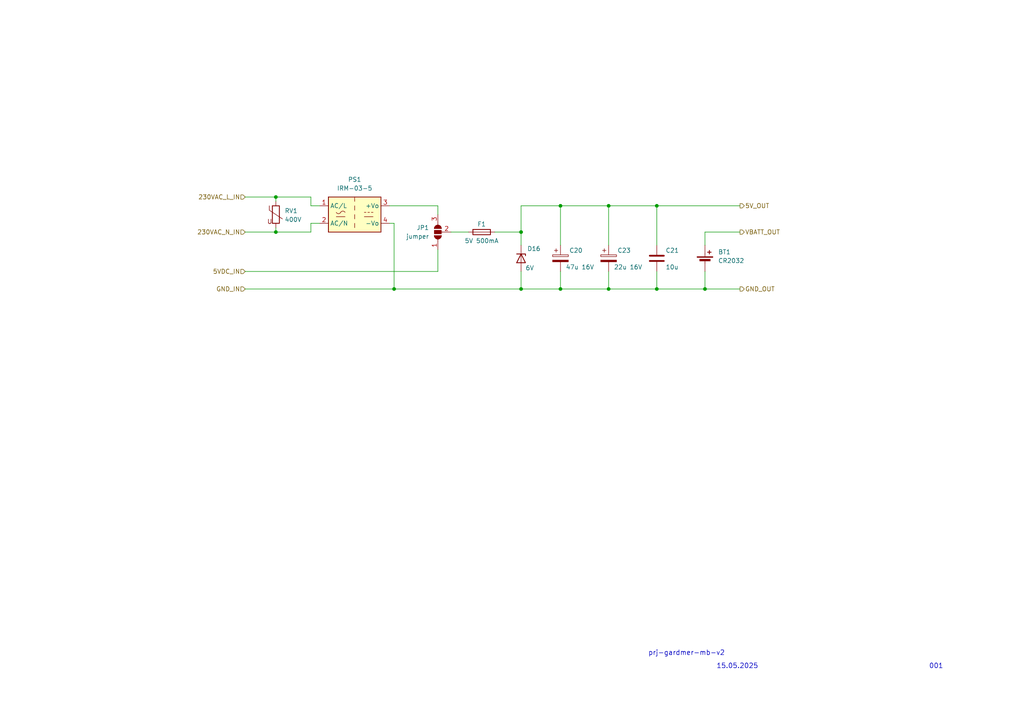
<source format=kicad_sch>
(kicad_sch (version 20231120) (generator "eeschema") (generator_version "8.0")
  (paper "A4")
  (lib_symbols
    (symbol "alf64:Battery_Cell" (pin_numbers hide) (pin_names (offset 0) hide)
      (property "Reference" "BT" (at 2.54 2.54 0))
      (property "Value" "Battery_Cell" (at 2.54 0 0))
      (symbol "Battery_Cell_0_1"
        (rectangle (start -2.286 1.778) (end 2.286 1.524) (fill (type outline)))
        (rectangle (start -1.524 1.016) (end 1.524 0.508) (fill (type outline)))
        (polyline (pts (xy 0 0.762) (xy 0 0)))
        (polyline (pts (xy 0 1.778) (xy 0 2.54)))
        (polyline (pts (xy 0.762 3.048) (xy 1.778 3.048)) (stroke (width 0.254)))
        (polyline (pts (xy 1.27 3.556) (xy 1.27 2.54)) (stroke (width 0.254)))
      )
      (symbol "Battery_Cell_1_1"
        (pin passive line (at 0 5.08 270) (length 2.54) (name "+") (number "1"))
        (pin passive line (at 0 -2.54 90) (length 2.54) (name "-") (number "2"))
      )
    )
    (symbol "alf64:C" (pin_numbers hide) (pin_names (offset 0.254))
      (property "Reference" "C" (at 0.635 2.54 0))
      (property "Value" "C" (at 0.635 -2.54 0))
      (symbol "C_0_1"
        (polyline (pts (xy -2.032 -0.762) (xy 2.032 -0.762)) (stroke (width 0.508)))
        (polyline (pts (xy -2.032 0.762) (xy 2.032 0.762)) (stroke (width 0.508)))
      )
      (symbol "C_1_1"
        (pin passive line (at 0 3.81 270) (length 2.794) (name "~") (number "1"))
        (pin passive line (at 0 -3.81 90) (length 2.794) (name "~") (number "2"))
      )
    )
    (symbol "alf64:C_Polarized" (pin_numbers hide) (pin_names (offset 0.254))
      (property "Reference" "C" (at 0.635 2.54 0))
      (property "Value" "C_Polarized" (at 0.635 -2.54 0))
      (symbol "C_Polarized_0_1"
        (rectangle (start -2.286 0.508) (end 2.286 1.016))
        (polyline (pts (xy -1.778 2.286) (xy -0.762 2.286)))
        (polyline (pts (xy -1.27 2.794) (xy -1.27 1.778)))
        (rectangle (start 2.286 -0.508) (end -2.286 -1.016) (fill (type outline)))
      )
      (symbol "C_Polarized_1_1"
        (pin passive line (at 0 3.81 270) (length 2.794) (name "~") (number "1"))
        (pin passive line (at 0 -3.81 90) (length 2.794) (name "~") (number "2"))
      )
    )
    (symbol "alf64:D_Zener" (pin_numbers hide) (pin_names (offset 1.016) hide)
      (property "Reference" "D" (at 0 2.54 0))
      (property "Value" "D_Zener" (at 0 -2.54 0))
      (symbol "D_Zener_0_1"
        (polyline (pts (xy 1.27 0) (xy -1.27 0)))
        (polyline (pts (xy -1.27 -1.27) (xy -1.27 1.27) (xy -0.762 1.27)) (stroke (width 0.254)))
        (polyline (pts (xy 1.27 -1.27) (xy 1.27 1.27) (xy -1.27 0) (xy 1.27 -1.27)) (stroke (width 0.254)))
      )
      (symbol "D_Zener_1_1"
        (pin passive line (at -3.81 0 0) (length 2.54) (name "K") (number "1"))
        (pin passive line (at 3.81 0 180) (length 2.54) (name "A") (number "2"))
      )
    )
    (symbol "alf64:Fuse" (pin_numbers hide) (pin_names (offset 0))
      (property "Reference" "F" (at 2.032 0 90))
      (property "Value" "Fuse" (at -1.905 0 90))
      (symbol "Fuse_0_1"
        (rectangle (start -0.762 -2.54) (end 0.762 2.54) (stroke (width 0.254)))
        (polyline (pts (xy 0 2.54) (xy 0 -2.54)))
      )
      (symbol "Fuse_1_1"
        (pin passive line (at 0 3.81 270) (length 1.27) (name "~") (number "1"))
        (pin passive line (at 0 -3.81 90) (length 1.27) (name "~") (number "2"))
      )
    )
    (symbol "alf64:IRM-03-5"
      (property "Reference" "PS" (at 0 6.35 0))
      (property "Value" "IRM-03-5" (at 0 -6.35 0))
      (symbol "IRM-03-5_0_1"
        (rectangle (start -7.62 5.08) (end 7.62 -5.08) (stroke (width 0.254)) (fill (type background)))
        (arc (start -5.334 0.635) (mid -4.699 0.2495) (end -4.064 0.635))
        (arc (start -2.794 0.635) (mid -3.429 1.0072) (end -4.064 0.635))
        (polyline (pts (xy -5.334 -0.635) (xy -2.794 -0.635)))
        (polyline (pts (xy 0 -2.54) (xy 0 -3.81)))
        (polyline (pts (xy 0 0) (xy 0 -1.27)))
        (polyline (pts (xy 0 2.54) (xy 0 1.27)))
        (polyline (pts (xy 0 5.08) (xy 0 3.81)))
        (polyline (pts (xy 2.794 -0.635) (xy 5.334 -0.635)))
        (polyline (pts (xy 2.794 0.635) (xy 3.302 0.635)))
        (polyline (pts (xy 3.81 0.635) (xy 4.318 0.635)))
        (polyline (pts (xy 4.826 0.635) (xy 5.334 0.635)))
      )
      (symbol "IRM-03-5_1_1"
        (pin power_in line (at -10.16 2.54 0) (length 2.54) (name "AC/L") (number "1"))
        (pin power_in line (at -10.16 -2.54 0) (length 2.54) (name "AC/N") (number "2"))
        (pin power_out line (at 10.16 2.54 180) (length 2.54) (name "+Vo") (number "3"))
        (pin power_out line (at 10.16 -2.54 180) (length 2.54) (name "-Vo") (number "4"))
        (pin no_connect line (at -7.62 0 0) (length 2.54) hide (name "NC") (number "5"))
      )
    )
    (symbol "alf64:SolderJumper_3_Open" (pin_names (offset 0) hide) (exclude_from_sim yes) (in_bom no)
      (property "Reference" "JP" (at -2.54 -2.54 0))
      (property "Value" "SolderJumper_3_Open" (at 0 2.794 0))
      (symbol "SolderJumper_3_Open_0_1"
        (arc (start -1.016 1.016) (mid -2.0276 0) (end -1.016 -1.016))
        (arc (start -1.016 1.016) (mid -2.0276 0) (end -1.016 -1.016) (fill (type outline)))
        (rectangle (start -0.508 1.016) (end 0.508 -1.016) (fill (type outline)))
        (polyline (pts (xy -2.54 0) (xy -2.032 0)))
        (polyline (pts (xy -1.016 1.016) (xy -1.016 -1.016)))
        (polyline (pts (xy 0 -1.27) (xy 0 -1.016)))
        (polyline (pts (xy 1.016 1.016) (xy 1.016 -1.016)))
        (polyline (pts (xy 2.54 0) (xy 2.032 0)))
        (arc (start 1.016 -1.016) (mid 2.0276 0) (end 1.016 1.016))
        (arc (start 1.016 -1.016) (mid 2.0276 0) (end 1.016 1.016) (fill (type outline)))
      )
      (symbol "SolderJumper_3_Open_1_1"
        (pin passive line (at -5.08 0 0) (length 2.54) (name "A") (number "1"))
        (pin passive line (at 0 -3.81 90) (length 2.54) (name "C") (number "2"))
        (pin passive line (at 5.08 0 180) (length 2.54) (name "B") (number "3"))
      )
    )
    (symbol "alf64:Varistor" (pin_numbers hide) (pin_names (offset 0))
      (property "Reference" "RV" (at 3.175 0 90))
      (property "Value" "Varistor" (at -3.175 0 90))
      (symbol "Varistor_0_0"
        (text "U" (at -1.778 -2.032 0) (effects (font (size 1.27 1.27))))
      )
      (symbol "Varistor_0_1"
        (rectangle (start -1.016 -2.54) (end 1.016 2.54) (stroke (width 0.254)))
        (polyline (pts (xy -1.905 2.54) (xy -1.905 1.27) (xy 1.905 -1.27)))
      )
      (symbol "Varistor_1_1"
        (pin passive line (at 0 3.81 270) (length 1.27) (name "~") (number "1"))
        (pin passive line (at 0 -3.81 90) (length 1.27) (name "~") (number "2"))
      )
    )
  )
  (junction (at 204.47 83.82))
  (junction (at 190.5 59.69))
  (junction (at 162.56 83.82))
  (junction (at 80.01 57.15))
  (junction (at 151.13 83.82))
  (junction (at 176.53 83.82))
  (junction (at 80.01 67.31))
  (junction (at 190.5 83.82))
  (junction (at 114.3 83.82))
  (junction (at 176.53 59.69))
  (junction (at 162.56 59.69))
  (junction (at 151.13 67.31))
  (wire (pts (xy 113.03 59.69) (xy 127 59.69)))
  (wire (pts (xy 176.53 59.69) (xy 190.5 59.69)))
  (wire (pts (xy 204.47 83.82) (xy 214.63 83.82)))
  (wire (pts (xy 90.17 64.77) (xy 90.17 67.31)))
  (wire (pts (xy 176.53 83.82) (xy 190.5 83.82)))
  (wire (pts (xy 127 59.69) (xy 127 62.23)))
  (wire (pts (xy 92.71 64.77) (xy 90.17 64.77)))
  (wire (pts (xy 71.12 83.82) (xy 114.3 83.82)))
  (wire (pts (xy 71.12 67.31) (xy 80.01 67.31)))
  (wire (pts (xy 176.53 78.74) (xy 176.53 83.82)))
  (wire (pts (xy 80.01 57.15) (xy 80.01 58.42)))
  (wire (pts (xy 90.17 67.31) (xy 80.01 67.31)))
  (wire (pts (xy 114.3 64.77) (xy 114.3 83.82)))
  (wire (pts (xy 151.13 78.74) (xy 151.13 83.82)))
  (wire (pts (xy 127 72.39) (xy 127 78.74)))
  (wire (pts (xy 80.01 67.31) (xy 80.01 66.04)))
  (wire (pts (xy 162.56 59.69) (xy 176.53 59.69)))
  (wire (pts (xy 92.71 59.69) (xy 90.17 59.69)))
  (wire (pts (xy 90.17 57.15) (xy 80.01 57.15)))
  (wire (pts (xy 151.13 59.69) (xy 162.56 59.69)))
  (wire (pts (xy 176.53 59.69) (xy 176.53 71.12)))
  (wire (pts (xy 190.5 83.82) (xy 204.47 83.82)))
  (wire (pts (xy 204.47 71.12) (xy 204.47 67.31)))
  (wire (pts (xy 162.56 83.82) (xy 176.53 83.82)))
  (wire (pts (xy 130.81 67.31) (xy 135.89 67.31)))
  (wire (pts (xy 151.13 83.82) (xy 162.56 83.82)))
  (wire (pts (xy 114.3 83.82) (xy 151.13 83.82)))
  (wire (pts (xy 71.12 57.15) (xy 80.01 57.15)))
  (wire (pts (xy 190.5 59.69) (xy 190.5 71.12)))
  (wire (pts (xy 113.03 64.77) (xy 114.3 64.77)))
  (wire (pts (xy 162.56 59.69) (xy 162.56 71.12)))
  (wire (pts (xy 190.5 78.74) (xy 190.5 83.82)))
  (wire (pts (xy 162.56 78.74) (xy 162.56 83.82)))
  (wire (pts (xy 151.13 71.12) (xy 151.13 67.31)))
  (wire (pts (xy 143.51 67.31) (xy 151.13 67.31)))
  (wire (pts (xy 204.47 78.74) (xy 204.47 83.82)))
  (wire (pts (xy 151.13 67.31) (xy 151.13 59.69)))
  (wire (pts (xy 90.17 59.69) (xy 90.17 57.15)))
  (wire (pts (xy 204.47 67.31) (xy 214.63 67.31)))
  (wire (pts (xy 71.12 78.74) (xy 127 78.74)))
  (wire (pts (xy 190.5 59.69) (xy 214.63 59.69)))
  (text "prj-gardmer-mb-v2" (at 199.136 189.484 0) (effects (font (size 1.397 1.397))))
  (text "15.05.2025" (at 213.868 193.294 0) (effects (font (size 1.397 1.397))))
  (text "001" (at 271.526 193.294 0) (effects (font (size 1.397 1.397))))
  (hierarchical_label "230VAC_N_IN" (shape input) (at 71.12 67.31 180))
  (hierarchical_label "GND_OUT" (shape output) (at 214.63 83.82 0))
  (hierarchical_label "5V_OUT" (shape output) (at 214.63 59.69 0))
  (hierarchical_label "230VAC_L_IN" (shape input) (at 71.12 57.15 180))
  (hierarchical_label "VBATT_OUT" (shape output) (at 214.63 67.31 0))
  (hierarchical_label "5VDC_IN" (shape input) (at 71.12 78.74 180))
  (hierarchical_label "GND_IN" (shape input) (at 71.12 83.82 180))
  (symbol (lib_id "alf64:SolderJumper_3_Open") (at 127 67.31 90) (unit 1) (exclude_from_sim yes) (in_bom no)
    (property "Reference" "JP1" (at 124.46 66.0399 90) (effects (justify left)))
    (property "Value" "jumper" (at 124.46 68.5799 90) (effects (justify left)))
    (property "Footprint" "alf64:Solderjumper-3-rounded" (effects (hide yes)))
    (property "Description" "Solder Jumper, 3-pole, open" (effects (hide yes)))
  )
  (symbol (lib_id "alf64:Fuse") (at 139.7 67.31 90) (unit 1)
    (property "Reference" "F1" (at 139.7 65.024 90))
    (property "Value" "5V 500mA" (at 139.7 69.85 90))
    (property "Footprint" "alf64:Fuse_1206" (effects (hide yes)))
    (property "Description" "Fuse" (effects (hide yes)))
  )
  (symbol (lib_id "alf64:Battery_Cell") (at 204.47 76.2 0) (unit 1)
    (property "Reference" "BT1" (at 208.28 73.0884 0) (effects (justify left)))
    (property "Value" "CR2032" (at 208.28 75.6284 0) (effects (justify left)))
    (property "Footprint" "alf64:CR2032_Holder_DS1092" (effects (hide yes)))
    (property "Description" "Single-cell battery" (effects (hide yes)))
  )
  (symbol (lib_id "alf64:C_Polarized") (at 176.53 74.93 0) (unit 1)
    (property "Reference" "C23" (at 179.07 72.644 0) (effects (justify left)))
    (property "Value" "22u 16V" (at 178.054 77.47 0) (effects (justify left)))
    (property "Footprint" "alf64:C_Tantal_2312" (effects (hide yes)))
    (property "Description" "Polarized capacitor" (effects (hide yes)))
  )
  (symbol (lib_id "alf64:C") (at 190.5 74.93 0) (unit 1)
    (property "Reference" "C21" (at 193.04 72.644 0) (effects (justify left)))
    (property "Value" "10u" (at 193.04 77.47 0) (effects (justify left)))
    (property "Footprint" "alf64:C_0805" (effects (hide yes)))
    (property "Description" "Unpolarized capacitor" (effects (hide yes)))
  )
  (symbol (lib_id "alf64:D_Zener") (at 151.13 74.93 270) (unit 1)
    (property "Reference" "D16" (at 152.908 72.136 90) (effects (justify left)))
    (property "Value" "6V" (at 152.4 77.724 90) (effects (justify left)))
    (property "Footprint" "alf64:D_QuadroMelf" (effects (hide yes)))
    (property "Description" "Zener diode" (effects (hide yes)))
  )
  (symbol (lib_id "alf64:IRM-03-5") (at 102.87 62.23 0) (unit 1)
    (property "Reference" "PS1" (at 102.87 52.07 0))
    (property "Value" "IRM-03-5" (at 102.87 54.61 0))
    (property "Footprint" "alf64:IRM-03" (effects (hide yes)))
    (property "Description" "5V, 600mA, 3W, Isolated, AC-DC, IRM03" (effects (hide yes)))
  )
  (symbol (lib_id "alf64:Varistor") (at 80.01 62.23 0) (unit 1)
    (property "Reference" "RV1" (at 82.55 61.1532 0) (effects (justify left)))
    (property "Value" "400V" (at 82.55 63.6932 0) (effects (justify left)))
    (property "Footprint" "alf64:RV_Disc_D21.5mm_W5.4mm_P10mm" (effects (hide yes)))
    (property "Description" "Voltage dependent resistor" (effects (hide yes)))
    (property "Sim.Name" "kicad_builtin_varistor" (effects (hide yes)))
    (property "Sim.Device" "SUBCKT" (effects (hide yes)))
    (property "Sim.Pins" "1=A 2=B" (effects (hide yes)))
    (property "Sim.Params" "threshold=1k" (effects (hide yes)))
    (property "Sim.Library" "${KICAD7_SYMBOL_DIR}/Simulation_SPICE.sp" (effects (hide yes)))
  )
  (symbol (lib_id "alf64:C_Polarized") (at 162.56 74.93 0) (unit 1)
    (property "Reference" "C20" (at 165.1 72.644 0) (effects (justify left)))
    (property "Value" "47u 16V" (at 164.084 77.47 0) (effects (justify left)))
    (property "Footprint" "alf64:C_Tantal_2312" (effects (hide yes)))
    (property "Description" "Polarized capacitor" (effects (hide yes)))
  )
)
</source>
